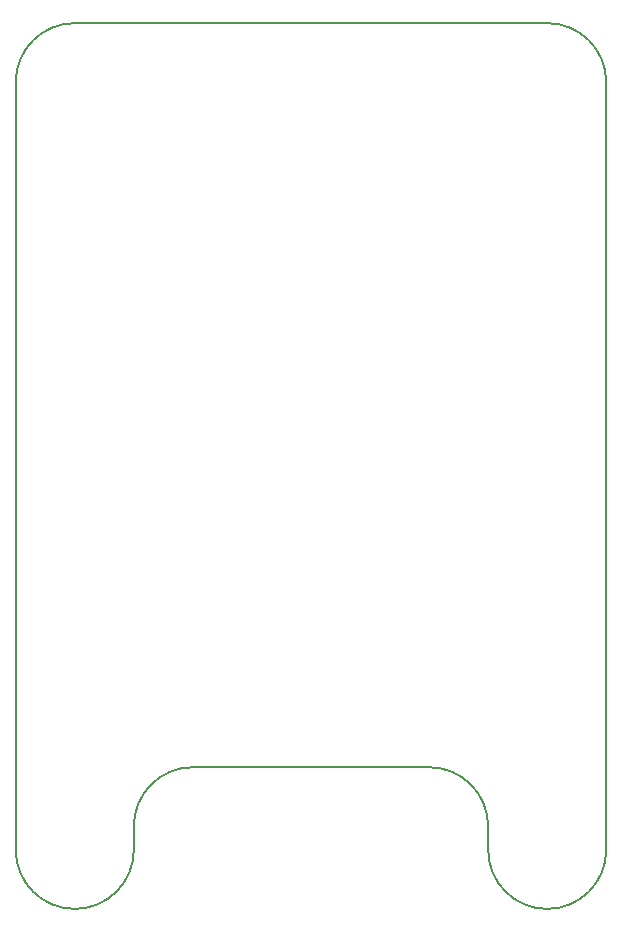
<source format=gbr>
G04 #@! TF.FileFunction,Profile,NP*
%FSLAX46Y46*%
G04 Gerber Fmt 4.6, Leading zero omitted, Abs format (unit mm)*
G04 Created by KiCad (PCBNEW 4.0.6) date 03/31/17 17:09:16*
%MOMM*%
%LPD*%
G01*
G04 APERTURE LIST*
%ADD10C,0.100000*%
%ADD11C,0.150000*%
G04 APERTURE END LIST*
D10*
D11*
X50000000Y-70000000D02*
X50000000Y-5000000D01*
X0Y-5000000D02*
X0Y-70000000D01*
X45000000Y0D02*
X5000000Y0D01*
X5000000Y0D02*
G75*
G03X0Y-5000000I0J-5000000D01*
G01*
X50000000Y-5000000D02*
G75*
G03X45000000Y0I-5000000J0D01*
G01*
X40000000Y-70000000D02*
X40000000Y-68000000D01*
X10000000Y-68000000D02*
X10000000Y-70000000D01*
X35000000Y-63000000D02*
X15000000Y-63000000D01*
X40000000Y-68000000D02*
G75*
G03X35000000Y-63000000I-5000000J0D01*
G01*
X15000000Y-63000000D02*
G75*
G03X10000000Y-68000000I0J-5000000D01*
G01*
X5000000Y-75000000D02*
G75*
G03X10000000Y-70000000I0J5000000D01*
G01*
X40000000Y-70000000D02*
G75*
G03X45000000Y-75000000I5000000J0D01*
G01*
X45000000Y-75000000D02*
G75*
G03X50000000Y-70000000I0J5000000D01*
G01*
X0Y-70000000D02*
G75*
G03X5000000Y-75000000I5000000J0D01*
G01*
M02*

</source>
